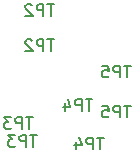
<source format=gbr>
G04 #@! TF.GenerationSoftware,KiCad,Pcbnew,(5.1.5)-3*
G04 #@! TF.CreationDate,2021-02-17T14:45:43+01:00*
G04 #@! TF.ProjectId,riser leopard 1OU,72697365-7220-46c6-956f-706172642031,rev?*
G04 #@! TF.SameCoordinates,PX4a62f80PY5f5e100*
G04 #@! TF.FileFunction,Other,Fab,Bot*
%FSLAX46Y46*%
G04 Gerber Fmt 4.6, Leading zero omitted, Abs format (unit mm)*
G04 Created by KiCad (PCBNEW (5.1.5)-3) date 2021-02-17 14:45:43*
%MOMM*%
%LPD*%
G04 APERTURE LIST*
%ADD10C,0.150000*%
G04 APERTURE END LIST*
D10*
X30495624Y-11090460D02*
X29924196Y-11090460D01*
X30209910Y-12090460D02*
X30209910Y-11090460D01*
X29590862Y-12090460D02*
X29590862Y-11090460D01*
X29209910Y-11090460D01*
X29114672Y-11138080D01*
X29067053Y-11185699D01*
X29019434Y-11280937D01*
X29019434Y-11423794D01*
X29067053Y-11519032D01*
X29114672Y-11566651D01*
X29209910Y-11614270D01*
X29590862Y-11614270D01*
X28114672Y-11090460D02*
X28590862Y-11090460D01*
X28638481Y-11566651D01*
X28590862Y-11519032D01*
X28495624Y-11471413D01*
X28257529Y-11471413D01*
X28162291Y-11519032D01*
X28114672Y-11566651D01*
X28067053Y-11661889D01*
X28067053Y-11899984D01*
X28114672Y-11995222D01*
X28162291Y-12042841D01*
X28257529Y-12090460D01*
X28495624Y-12090460D01*
X28590862Y-12042841D01*
X28638481Y-11995222D01*
X30495624Y-14478820D02*
X29924196Y-14478820D01*
X30209910Y-15478820D02*
X30209910Y-14478820D01*
X29590862Y-15478820D02*
X29590862Y-14478820D01*
X29209910Y-14478820D01*
X29114672Y-14526440D01*
X29067053Y-14574059D01*
X29019434Y-14669297D01*
X29019434Y-14812154D01*
X29067053Y-14907392D01*
X29114672Y-14955011D01*
X29209910Y-15002630D01*
X29590862Y-15002630D01*
X28114672Y-14478820D02*
X28590862Y-14478820D01*
X28638481Y-14955011D01*
X28590862Y-14907392D01*
X28495624Y-14859773D01*
X28257529Y-14859773D01*
X28162291Y-14907392D01*
X28114672Y-14955011D01*
X28067053Y-15050249D01*
X28067053Y-15288344D01*
X28114672Y-15383582D01*
X28162291Y-15431201D01*
X28257529Y-15478820D01*
X28495624Y-15478820D01*
X28590862Y-15431201D01*
X28638481Y-15383582D01*
X24011004Y-5868080D02*
X23439576Y-5868080D01*
X23725290Y-6868080D02*
X23725290Y-5868080D01*
X23106242Y-6868080D02*
X23106242Y-5868080D01*
X22725290Y-5868080D01*
X22630052Y-5915700D01*
X22582433Y-5963319D01*
X22534814Y-6058557D01*
X22534814Y-6201414D01*
X22582433Y-6296652D01*
X22630052Y-6344271D01*
X22725290Y-6391890D01*
X23106242Y-6391890D01*
X22153861Y-5963319D02*
X22106242Y-5915700D01*
X22011004Y-5868080D01*
X21772909Y-5868080D01*
X21677671Y-5915700D01*
X21630052Y-5963319D01*
X21582433Y-6058557D01*
X21582433Y-6153795D01*
X21630052Y-6296652D01*
X22201480Y-6868080D01*
X21582433Y-6868080D01*
X24011004Y-8868080D02*
X23439576Y-8868080D01*
X23725290Y-9868080D02*
X23725290Y-8868080D01*
X23106242Y-9868080D02*
X23106242Y-8868080D01*
X22725290Y-8868080D01*
X22630052Y-8915700D01*
X22582433Y-8963319D01*
X22534814Y-9058557D01*
X22534814Y-9201414D01*
X22582433Y-9296652D01*
X22630052Y-9344271D01*
X22725290Y-9391890D01*
X23106242Y-9391890D01*
X22153861Y-8963319D02*
X22106242Y-8915700D01*
X22011004Y-8868080D01*
X21772909Y-8868080D01*
X21677671Y-8915700D01*
X21630052Y-8963319D01*
X21582433Y-9058557D01*
X21582433Y-9153795D01*
X21630052Y-9296652D01*
X22201480Y-9868080D01*
X21582433Y-9868080D01*
X22217764Y-15454180D02*
X21646336Y-15454180D01*
X21932050Y-16454180D02*
X21932050Y-15454180D01*
X21313002Y-16454180D02*
X21313002Y-15454180D01*
X20932050Y-15454180D01*
X20836812Y-15501800D01*
X20789193Y-15549419D01*
X20741574Y-15644657D01*
X20741574Y-15787514D01*
X20789193Y-15882752D01*
X20836812Y-15930371D01*
X20932050Y-15977990D01*
X21313002Y-15977990D01*
X20408240Y-15454180D02*
X19789193Y-15454180D01*
X20122526Y-15835133D01*
X19979669Y-15835133D01*
X19884431Y-15882752D01*
X19836812Y-15930371D01*
X19789193Y-16025609D01*
X19789193Y-16263704D01*
X19836812Y-16358942D01*
X19884431Y-16406561D01*
X19979669Y-16454180D01*
X20265383Y-16454180D01*
X20360621Y-16406561D01*
X20408240Y-16358942D01*
X22560664Y-16957860D02*
X21989236Y-16957860D01*
X22274950Y-17957860D02*
X22274950Y-16957860D01*
X21655902Y-17957860D02*
X21655902Y-16957860D01*
X21274950Y-16957860D01*
X21179712Y-17005480D01*
X21132093Y-17053099D01*
X21084474Y-17148337D01*
X21084474Y-17291194D01*
X21132093Y-17386432D01*
X21179712Y-17434051D01*
X21274950Y-17481670D01*
X21655902Y-17481670D01*
X20751140Y-16957860D02*
X20132093Y-16957860D01*
X20465426Y-17338813D01*
X20322569Y-17338813D01*
X20227331Y-17386432D01*
X20179712Y-17434051D01*
X20132093Y-17529289D01*
X20132093Y-17767384D01*
X20179712Y-17862622D01*
X20227331Y-17910241D01*
X20322569Y-17957860D01*
X20608283Y-17957860D01*
X20703521Y-17910241D01*
X20751140Y-17862622D01*
X27261904Y-13934580D02*
X26690476Y-13934580D01*
X26976190Y-14934580D02*
X26976190Y-13934580D01*
X26357142Y-14934580D02*
X26357142Y-13934580D01*
X25976190Y-13934580D01*
X25880952Y-13982200D01*
X25833333Y-14029819D01*
X25785714Y-14125057D01*
X25785714Y-14267914D01*
X25833333Y-14363152D01*
X25880952Y-14410771D01*
X25976190Y-14458390D01*
X26357142Y-14458390D01*
X24928571Y-14267914D02*
X24928571Y-14934580D01*
X25166666Y-13886961D02*
X25404761Y-14601247D01*
X24785714Y-14601247D01*
X28214704Y-17183920D02*
X27643276Y-17183920D01*
X27928990Y-18183920D02*
X27928990Y-17183920D01*
X27309942Y-18183920D02*
X27309942Y-17183920D01*
X26928990Y-17183920D01*
X26833752Y-17231540D01*
X26786133Y-17279159D01*
X26738514Y-17374397D01*
X26738514Y-17517254D01*
X26786133Y-17612492D01*
X26833752Y-17660111D01*
X26928990Y-17707730D01*
X27309942Y-17707730D01*
X25881371Y-17517254D02*
X25881371Y-18183920D01*
X26119466Y-17136301D02*
X26357561Y-17850587D01*
X25738514Y-17850587D01*
M02*

</source>
